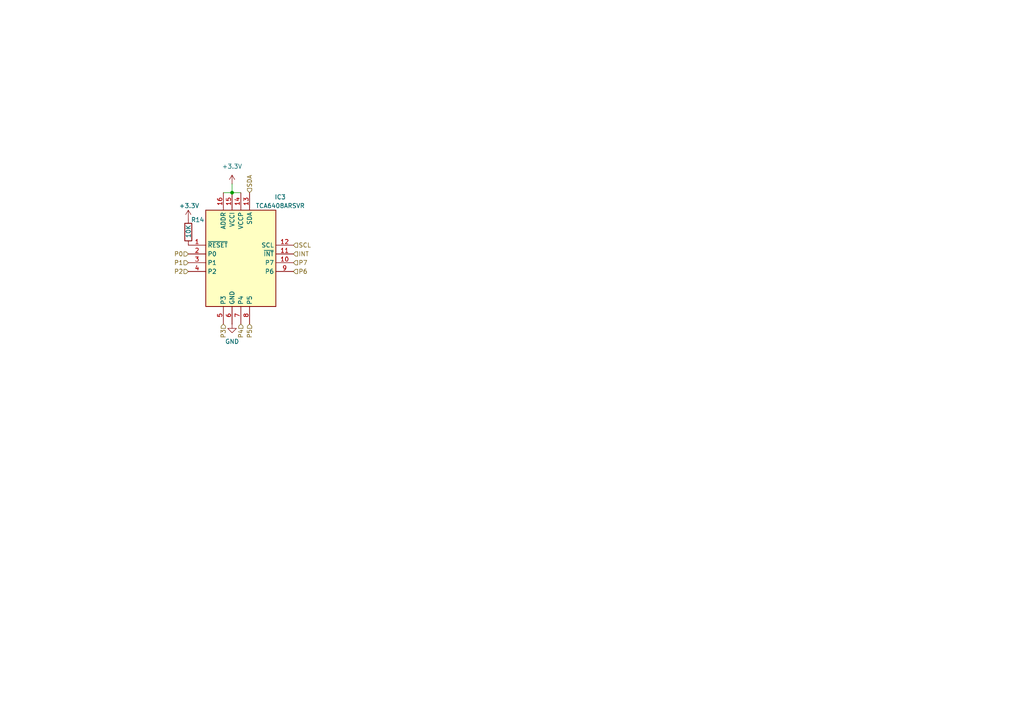
<source format=kicad_sch>
(kicad_sch (version 20250114) (generator "eeschema") (generator_version "9.0")
  (paper "A4")
  (title_block (title "IO Expander"))
  (lib_symbols
    (symbol "Device:R" (pin_numbers (hide yes)) (pin_names (offset 0))
      (property "Reference" "R" (at 2.032 0 90))
      (property "Value" "R" (at 0 0 90))
      (symbol "R_0_1"
        (rectangle (start -1.016 -2.54) (end 1.016 2.54) (stroke (width 0.254)))
      )
      (symbol "R_1_1"
        (pin passive line (at 0 3.81 270) (length 1.27) (name "~") (number "1"))
        (pin passive line (at 0 -3.81 90) (length 1.27) (name "~") (number "2"))
      )
    )
    (symbol "PlajTime:TCA6408ARSVR"
      (property "Reference" "IC" (at 26.67 15.24 0))
      (property "Value" "TCA6408ARSVR" (at 26.67 12.7 0))
      (symbol "TCA6408ARSVR_1_1"
        (rectangle (start 5.08 10.16) (end 25.4 -17.78) (stroke (width 0.254)) (fill (type background)))
        (pin passive line (at 0 0 0) (length 5.08) (name "~{RESET}") (number "1"))
        (pin passive line (at 0 -2.54 0) (length 5.08) (name "P0") (number "2"))
        (pin passive line (at 0 -5.08 0) (length 5.08) (name "P1") (number "3"))
        (pin passive line (at 0 -7.62 0) (length 5.08) (name "P2") (number "4"))
        (pin passive line (at 10.16 15.24 270) (length 5.08) (name "ADDR") (number "16"))
        (pin passive line (at 10.16 -22.86 90) (length 5.08) (name "P3") (number "5"))
        (pin passive line (at 12.7 15.24 270) (length 5.08) (name "VCCI") (number "15"))
        (pin passive line (at 12.7 -22.86 90) (length 5.08) (name "GND") (number "6"))
        (pin passive line (at 15.24 15.24 270) (length 5.08) (name "VCCP") (number "14"))
        (pin passive line (at 15.24 -22.86 90) (length 5.08) (name "P4") (number "7"))
        (pin passive line (at 17.78 15.24 270) (length 5.08) (name "SDA") (number "13"))
        (pin passive line (at 17.78 -22.86 90) (length 5.08) (name "P5") (number "8"))
        (pin passive line (at 30.48 0 180) (length 5.08) (name "SCL") (number "12"))
        (pin passive line (at 30.48 -2.54 180) (length 5.08) (name "~{INT}") (number "11"))
        (pin passive line (at 30.48 -5.08 180) (length 5.08) (name "P7") (number "10"))
        (pin passive line (at 30.48 -7.62 180) (length 5.08) (name "P6") (number "9"))
      )
    )
    (symbol "power:+3.3V" (power) (pin_numbers (hide yes)) (pin_names (offset 0) (hide yes))
      (property "Value" "+3.3V" (at 0 3.556 0))
      (symbol "+3.3V_0_1"
        (polyline (pts (xy -0.762 1.27) (xy 0 2.54)))
        (polyline (pts (xy 0 2.54) (xy 0.762 1.27)))
        (polyline (pts (xy 0 0) (xy 0 2.54)))
      )
      (symbol "+3.3V_1_1"
        (pin power_in line (at 0 0 90) (length 0) (name "~") (number "1"))
      )
    )
    (symbol "power:GND" (power) (pin_numbers (hide yes)) (pin_names (offset 0) (hide yes))
      (property "Value" "GND" (at 0 -3.81 0))
      (symbol "GND_0_1"
        (polyline (pts (xy 0 0) (xy 0 -1.27) (xy 1.27 -1.27) (xy 0 -2.54) (xy -1.27 -1.27) (xy 0 -1.27)))
      )
      (symbol "GND_1_1"
        (pin power_in line (at 0 0 270) (length 0) (name "~") (number "1"))
      )
    )
  )
  (junction (at 67.31 55.88))
  (wire (pts (xy 67.31 55.88) (xy 69.85 55.88)))
  (wire (pts (xy 64.77 55.88) (xy 67.31 55.88)))
  (wire (pts (xy 67.31 53.34) (xy 67.31 55.88)))
  (hierarchical_label "SCL" (shape input) (at 85.09 71.12 0))
  (hierarchical_label "P0" (shape input) (at 54.61 73.66 180))
  (hierarchical_label "P5" (shape input) (at 72.39 93.98 270))
  (hierarchical_label "P6" (shape input) (at 85.09 78.74 0))
  (hierarchical_label "P7" (shape input) (at 85.09 76.2 0))
  (hierarchical_label "P3" (shape input) (at 64.77 93.98 270))
  (hierarchical_label "P4" (shape input) (at 69.85 93.98 270))
  (hierarchical_label "P2" (shape input) (at 54.61 78.74 180))
  (hierarchical_label "INT" (shape input) (at 85.09 73.66 0))
  (hierarchical_label "SDA" (shape input) (at 72.39 55.88 90))
  (hierarchical_label "P1" (shape input) (at 54.61 76.2 180))
  (symbol (lib_id "Device:R") (at 54.61 67.31 0) (unit 1)
    (property "Reference" "R14" (at 55.372 63.754 0) (effects (justify left)))
    (property "Value" "10K" (at 54.6461 69.0761 90) (effects (justify left)))
    (property "Footprint" "Resistor_SMD:R_0201_0603Metric" (effects (hide yes)))
    (property "Description" "Resistor" (effects (hide yes)))
  )
  (symbol (lib_id "power:GND") (at 67.31 93.98 0) (unit 1)
    (property "Reference" "#PWR075" (effects (hide yes)))
    (property "Value" "GND" (at 67.31 99.06 0))
    (property "Description" "Power symbol creates a global label with name \"GND\" , ground" (effects (hide yes)))
  )
  (symbol (lib_id "power:+3.3V") (at 54.61 63.5 0) (unit 1)
    (property "Reference" "#PWR077" (effects (hide yes)))
    (property "Value" "+3.3V" (at 54.864 59.69 0))
    (property "Description" "Power symbol creates a global label with name \"+3.3V\"" (effects (hide yes)))
  )
  (symbol (lib_id "power:+3.3V") (at 67.31 53.34 0) (unit 1)
    (property "Reference" "#PWR076" (effects (hide yes)))
    (property "Value" "+3.3V" (at 67.31 48.26 0))
    (property "Description" "Power symbol creates a global label with name \"+3.3V\"" (effects (hide yes)))
  )
  (symbol (lib_id "PlajTime:TCA6408ARSVR") (at 54.61 71.12 0) (unit 1)
    (property "Reference" "IC3" (at 81.28 57.15 0))
    (property "Value" "TCA6408ARSVR" (at 81.28 59.69 0))
    (property "Footprint" "PlajTime_Library:QFN40P180X260X55-16N" (effects (hide yes)))
    (property "Datasheet" "http://www.ti.com/lit/gpn/tca6408a" (effects (hide yes)))
    (property "Description" "Low-Voltage 8-Bit I2C and SMBus I/O Expander" (effects (hide yes)))
    (property "Height" "0.55" (effects (hide yes)))
    (property "Mouser Part Number" "595-TCA6408ARSVR" (effects (hide yes)))
    (property "Mouser Price/Stock" "https://www.mouser.co.uk/ProductDetail/Texas-Instruments/TCA6408ARSVR?qs=AFkNxQkJKAISZm6jGsM%252BSQ%3D%3D" (effects (hide yes)))
    (property "Manufacturer_Name" "Texas Instruments" (effects (hide yes)))
    (property "Manufacturer_Part_Number" "TCA6408ARSVR" (effects (hide yes)))
  )
)
</source>
